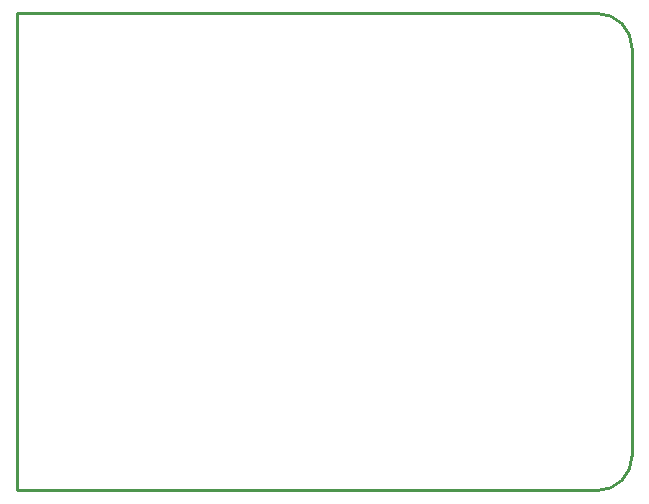
<source format=gko>
G04 start of page 4 for group 2 idx 2 *
G04 Title: (unknown), outline *
G04 Creator: pcb 20140316 *
G04 CreationDate: Wed 22 Apr 2015 10:07:35 AM GMT UTC *
G04 For: fosse *
G04 Format: Gerber/RS-274X *
G04 PCB-Dimensions (mil): 2170.00 1700.00 *
G04 PCB-Coordinate-Origin: lower left *
%MOIN*%
%FSLAX25Y25*%
%LNOUTLINE*%
%ADD37C,0.0100*%
G54D37*X4000Y164500D02*X197500D01*
X209000Y153000D02*Y17000D01*
X197500Y5500D02*X4000D01*
Y164500D01*
X197500D02*G75*G02X209000Y153000I0J-11500D01*G01*
Y17000D02*G75*G02X197500Y5500I-11500J0D01*G01*
M02*

</source>
